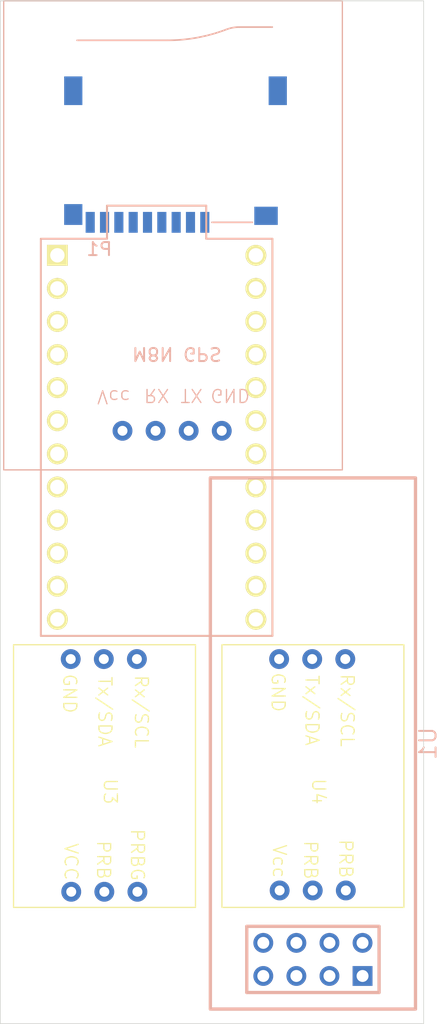
<source format=kicad_pcb>
(kicad_pcb (version 20240108) (generator "pcbnew") (generator_version "8.0")
  (layers (0 "F.Cu" signal) (31 "B.Cu" signal) (34 "B.Paste" user) (35 "F.Paste" user) (36 "B.SilkS" user "B.Silkscreen") (37 "F.SilkS" user "F.Silkscreen") (38 "B.Mask" user) (39 "F.Mask" user) (44 "Edge.Cuts" user))
  (net 0 "")
  (net 39 "Net-(P1-GND-PadG1)")
  (net 49 "Net-(J1-In)")
  (footprint "EZO_PH:EZO_PH" (layer "F.Cu") (at 88.445 116.18 -90)
    (property "Reference" "U3" (at 0 -0.5 -90) (layer "F.SilkS") (effects (font (thickness 0.1))))
    (property "Value" "EZO_PH")
    (fp_rect (start -11.26 -7.04) (end 8.9 6.93) (stroke (width 0.1)) (fill none) (layer "F.SilkS"))
    (fp_text user "PRBG" (at 2.8 -2 -90) (layer "F.SilkS") (effects (font (thickness 0.1)) (justify left bottom)))
    (fp_text user "VCC" (at 3.9 3.1 -90) (layer "F.SilkS") (effects (font (thickness 0.1)) (justify left bottom)))
    (fp_text user "GND" (at -9.1 3.2 -90) (layer "F.SilkS") (effects (font (thickness 0.1)) (justify left bottom)))
    (fp_text user "Rx/SCL" (at -9 -2.3 -90) (layer "F.SilkS") (effects (font (thickness 0.1)) (justify left bottom)))
    (fp_text user "PRB" (at 3.7 0.6 -90) (layer "F.SilkS") (effects (font (thickness 0.1)) (justify left bottom)))
    (fp_text user "Tx/SDA" (at -8.9 0.5 -90) (layer "F.SilkS") (effects (font (thickness 0.1)) (justify left bottom)))
    (pad "1" thru_hole circle (at -10.16 2.54 270) (size 1.524 1.524) (drill 0.762) (layers "*.Cu" "*.Mask"))
    (pad "2" thru_hole circle (at -10.16 0 270) (size 1.524 1.524) (drill 0.762) (layers "*.Cu" "*.Mask"))
    (pad "3" thru_hole circle (at -10.16 -2.54 270) (size 1.524 1.524) (drill 0.762) (layers "*.Cu" "*.Mask"))
    (pad "4" thru_hole circle (at 7.7 2.5 270) (size 1.524 1.524) (drill 0.762) (layers "*.Cu" "*.Mask"))
    (pad "5" thru_hole circle (at 7.7 -0.04 270) (size 1.524 1.524) (drill 0.762) (layers "*.Cu" "*.Mask"))
    (pad "6" thru_hole circle (at 7.7 -2.58 270) (size 1.524 1.524) (drill 0.762) (layers "*.Cu" "*.Mask") (net 49 "Net-(J1-In)"))
  )
  (footprint "EZO_TDS:EZO_TDS" (layer "F.Cu") (at 104.445 116.18 -90)
    (property "Reference" "U4" (at 0 -0.5 -90) (layer "F.SilkS") (effects (font (thickness 0.1))))
    (property "Value" "EZO_TDS")
    (fp_rect (start -11.26 -7.04) (end 8.9 6.93) (stroke (width 0.1)) (fill none) (layer "F.SilkS"))
    (fp_text user "Vcc" (at 4 3.1 -90) (layer "F.SilkS") (effects (font (thickness 0.1)) (justify left bottom)))
    (fp_text user "Tx/SDA" (at -9 0.6 -90) (layer "F.SilkS") (effects (font (thickness 0.1)) (justify left bottom)))
    (fp_text user "Rx/SCL" (at -9.1 -2.1 -90) (layer "F.SilkS") (effects (font (thickness 0.1)) (justify left bottom)))
    (fp_text user "PRB" (at 3.6 -2 -90) (layer "F.SilkS") (effects (font (thickness 0.1)) (justify left bottom)))
    (fp_text user "PRB" (at 3.7 0.7 -90) (layer "F.SilkS") (effects (font (thickness 0.1)) (justify left bottom)))
    (fp_text user "GND" (at -9.2 3.2 -90) (layer "F.SilkS") (effects (font (thickness 0.1)) (justify left bottom)))
    (pad "1" thru_hole circle (at -10.16 2.54 270) (size 1.524 1.524) (drill 0.762) (layers "*.Cu" "*.Mask"))
    (pad "2" thru_hole circle (at -10.16 0 270) (size 1.524 1.524) (drill 0.762) (layers "*.Cu" "*.Mask"))
    (pad "3" thru_hole circle (at -10.16 -2.54 270) (size 1.524 1.524) (drill 0.762) (layers "*.Cu" "*.Mask"))
    (pad "4" thru_hole circle (at 7.6 2.5 270) (size 1.524 1.524) (drill 0.762) (layers "*.Cu" "*.Mask"))
    (pad "5" thru_hole circle (at 7.6 -0.04 270) (size 1.524 1.524) (drill 0.762) (layers "*.Cu" "*.Mask"))
    (pad "6" thru_hole circle (at 7.6 -2.58 270) (size 1.524 1.524) (drill 0.762) (layers "*.Cu" "*.Mask"))
  )
  (footprint "promicro:ProMicro" (layer "F.Cu") (at 92.5 89 -90)
    (property "Reference" "U2" (hide yes))
    (property "Value" "ProMicro")
    (fp_line (start -15.24 8.89) (end -15.24 3.81) (stroke (width 0.15)) (layer "B.SilkS"))
    (fp_line (start 15.24 8.89) (end -15.24 8.89) (stroke (width 0.15)) (layer "B.SilkS"))
    (fp_line (start -17.78 3.81) (end -17.78 -3.81) (stroke (width 0.15)) (layer "B.SilkS"))
    (fp_line (start -15.24 3.81) (end -17.78 3.81) (stroke (width 0.15)) (layer "B.SilkS"))
    (fp_line (start -17.78 -3.81) (end -15.24 -3.81) (stroke (width 0.15)) (layer "B.SilkS"))
    (fp_line (start -15.24 -3.81) (end -15.24 -8.89) (stroke (width 0.15)) (layer "B.SilkS"))
    (fp_line (start -15.24 -8.89) (end 15.24 -8.89) (stroke (width 0.15)) (layer "B.SilkS"))
    (fp_line (start 15.24 -8.89) (end 15.24 8.89) (stroke (width 0.15)) (layer "B.SilkS"))
    (fp_line (start -15.24 8.89) (end 15.24 8.89) (stroke (width 0.15)) (layer "F.SilkS"))
    (fp_line (start -15.24 8.89) (end -15.24 3.81) (stroke (width 0.15)) (layer "F.SilkS"))
    (fp_line (start -17.78 3.81) (end -17.78 -3.81) (stroke (width 0.15)) (layer "F.SilkS"))
    (fp_line (start -15.24 3.81) (end -17.78 3.81) (stroke (width 0.15)) (layer "F.SilkS"))
    (fp_line (start -17.78 -3.81) (end -15.24 -3.81) (stroke (width 0.15)) (layer "F.SilkS"))
    (fp_line (start -15.24 -3.81) (end -15.24 -8.89) (stroke (width 0.15)) (layer "F.SilkS"))
    (fp_line (start -15.24 -8.89) (end 15.24 -8.89) (stroke (width 0.15)) (layer "F.SilkS"))
    (fp_line (start 15.24 -8.89) (end 15.24 8.89) (stroke (width 0.15)) (layer "F.SilkS"))
    (pad "1" thru_hole rect (at -13.97 7.62 270) (size 1.6 1.6) (drill 1.1) (layers "*.Cu" "*.Mask" "F.SilkS"))
    (pad "2" thru_hole circle (at -11.43 7.62 270) (size 1.6 1.6) (drill 1.1) (layers "*.Cu" "*.Mask" "F.SilkS"))
    (pad "3" thru_hole circle (at -8.89 7.62 270) (size 1.6 1.6) (drill 1.1) (layers "*.Cu" "*.Mask" "F.SilkS"))
    (pad "4" thru_hole circle (at -6.35 7.62 270) (size 1.6 1.6) (drill 1.1) (layers "*.Cu" "*.Mask" "F.SilkS"))
    (pad "5" thru_hole circle (at -3.81 7.62 270) (size 1.6 1.6) (drill 1.1) (layers "*.Cu" "*.Mask" "F.SilkS"))
    (pad "6" thru_hole circle (at -1.27 7.62 270) (size 1.6 1.6) (drill 1.1) (layers "*.Cu" "*.Mask" "F.SilkS"))
    (pad "7" thru_hole circle (at 1.27 7.62 270) (size 1.6 1.6) (drill 1.1) (layers "*.Cu" "*.Mask" "F.SilkS"))
    (pad "8" thru_hole circle (at 3.81 7.62 270) (size 1.6 1.6) (drill 1.1) (layers "*.Cu" "*.Mask" "F.SilkS"))
    (pad "9" thru_hole circle (at 6.35 7.62 270) (size 1.6 1.6) (drill 1.1) (layers "*.Cu" "*.Mask" "F.SilkS"))
    (pad "10" thru_hole circle (at 8.89 7.62 270) (size 1.6 1.6) (drill 1.1) (layers "*.Cu" "*.Mask" "F.SilkS"))
    (pad "11" thru_hole circle (at 11.43 7.62 270) (size 1.6 1.6) (drill 1.1) (layers "*.Cu" "*.Mask" "F.SilkS"))
    (pad "12" thru_hole circle (at 13.97 7.62 270) (size 1.6 1.6) (drill 1.1) (layers "*.Cu" "*.Mask" "F.SilkS"))
    (pad "13" thru_hole circle (at 13.97 -7.62 270) (size 1.6 1.6) (drill 1.1) (layers "*.Cu" "*.Mask" "F.SilkS"))
    (pad "14" thru_hole circle (at 11.43 -7.62 270) (size 1.6 1.6) (drill 1.1) (layers "*.Cu" "*.Mask" "F.SilkS"))
    (pad "15" thru_hole circle (at 8.89 -7.62 270) (size 1.6 1.6) (drill 1.1) (layers "*.Cu" "*.Mask" "F.SilkS"))
    (pad "16" thru_hole circle (at 6.35 -7.62 270) (size 1.6 1.6) (drill 1.1) (layers "*.Cu" "*.Mask" "F.SilkS"))
    (pad "17" thru_hole circle (at 3.81 -7.62 270) (size 1.6 1.6) (drill 1.1) (layers "*.Cu" "*.Mask" "F.SilkS"))
    (pad "18" thru_hole circle (at 1.27 -7.62 270) (size 1.6 1.6) (drill 1.1) (layers "*.Cu" "*.Mask" "F.SilkS"))
    (pad "19" thru_hole circle (at -1.27 -7.62 270) (size 1.6 1.6) (drill 1.1) (layers "*.Cu" "*.Mask" "F.SilkS"))
    (pad "20" thru_hole circle (at -3.81 -7.62 270) (size 1.6 1.6) (drill 1.1) (layers "*.Cu" "*.Mask" "F.SilkS"))
    (pad "21" thru_hole circle (at -6.35 -7.62 270) (size 1.6 1.6) (drill 1.1) (layers "*.Cu" "*.Mask" "F.SilkS"))
    (pad "22" thru_hole circle (at -8.89 -7.62 270) (size 1.6 1.6) (drill 1.1) (layers "*.Cu" "*.Mask" "F.SilkS"))
    (pad "23" thru_hole circle (at -11.43 -7.62 270) (size 1.6 1.6) (drill 1.1) (layers "*.Cu" "*.Mask" "F.SilkS"))
    (pad "24" thru_hole circle (at -13.97 -7.62 270) (size 1.6 1.6) (drill 1.1) (layers "*.Cu" "*.Mask" "F.SilkS"))
  )
  (footprint "Ublox_Neo_M8N_GPS:Ublox_Neo_M8N_GPS" (layer "B.Cu") (at 80.76 91.5)
    (property "Reference" "M8N_GPS1" (hide yes))
    (property "Value" "~")
    (fp_rect (start 26 -36) (end 0 0) (stroke (width 0.1)) (fill none) (layer "B.SilkS"))
    (fp_text user "TX" (at 13.5 -6.3 180) (layer "B.SilkS") (effects (font (thickness 0.1)) (justify left bottom mirror)))
    (fp_text user "RX" (at 10.7 -6.3 180) (layer "B.SilkS") (effects (font (thickness 0.1)) (justify left bottom mirror)))
    (fp_text user "GND" (at 15.8 -6.3 180) (layer "B.SilkS") (effects (font (thickness 0.1)) (justify left bottom mirror)))
    (fp_text user "Vcc" (at 7.1 -6.2 180) (layer "B.SilkS") (effects (font (thickness 0.1)) (justify left bottom mirror)))
    (fp_text user "M8N GPS" (at 13.3 -8.9 180) (layer "B.SilkS") (effects (justify mirror)))
    (pad "1" thru_hole circle (at 9.12 -3) (size 1.524 1.524) (drill 0.762) (layers "*.Cu" "*.Mask"))
    (pad "2" thru_hole circle (at 11.66 -3) (size 1.524 1.524) (drill 0.762) (layers "*.Cu" "*.Mask"))
    (pad "3" thru_hole circle (at 14.2 -3) (size 1.524 1.524) (drill 0.762) (layers "*.Cu" "*.Mask"))
    (pad "4" thru_hole circle (at 16.74 -3) (size 1.524 1.524) (drill 0.762) (layers "*.Cu" "*.Mask"))
  )
  (footprint "NRF24L01+PA-LNA:NRF24L01+PA/LNA-FOOTPRINT" (layer "B.Cu") (at 104.5 129.0735 90)
    (property "Reference" "U1" (at 16.5735 8.836 90) (layer "B.SilkS") (effects (font (size 1.27 1.27)) (justify mirror)))
    (property "Value" "NRF24L01_Breakout")
    (fp_line (start 36.957 -7.874) (end -3.81 -7.874) (stroke (width 0.254)) (layer "B.SilkS"))
    (fp_line (start -3.81 -7.874) (end -3.81 7.874) (stroke (width 0.254)) (layer "B.SilkS"))
    (fp_line (start 2.54 -5.08) (end 2.54 5.08) (stroke (width 0.254)) (layer "B.SilkS"))
    (fp_line (start -2.54 -5.08) (end 2.54 -5.08) (stroke (width 0.254)) (layer "B.SilkS"))
    (fp_line (start 2.54 5.08) (end -2.54 5.08) (stroke (width 0.254)) (layer "B.SilkS"))
    (fp_line (start -2.54 5.08) (end -2.54 -5.08) (stroke (width 0.254)) (layer "B.SilkS"))
    (fp_line (start 36.957 7.874) (end 36.957 -7.874) (stroke (width 0.254)) (layer "B.SilkS"))
    (fp_line (start -3.81 7.874) (end 36.957 7.874) (stroke (width 0.254)) (layer "B.SilkS"))
    (pad "1" thru_hole rect (at -1.27 3.81 90) (size 1.524 1.524) (drill 0.9144) (layers "*.Cu" "*.Mask"))
    (pad "2" thru_hole oval (at 1.27 3.81 90) (size 1.524 1.524) (drill 0.9144) (layers "*.Cu" "*.Mask"))
    (pad "3" thru_hole oval (at -1.27 1.27 90) (size 1.524 1.524) (drill 0.9144) (layers "*.Cu" "*.Mask"))
    (pad "4" thru_hole oval (at 1.27 1.27 90) (size 1.524 1.524) (drill 0.9144) (layers "*.Cu" "*.Mask"))
    (pad "5" thru_hole oval (at -1.27 -1.27 90) (size 1.524 1.524) (drill 0.9144) (layers "*.Cu" "*.Mask"))
    (pad "6" thru_hole oval (at 1.27 -1.27 90) (size 1.524 1.524) (drill 0.9144) (layers "*.Cu" "*.Mask"))
    (pad "7" thru_hole oval (at -1.27 -3.81 90) (size 1.524 1.524) (drill 0.9144) (layers "*.Cu" "*.Mask"))
    (pad "8" thru_hole oval (at 1.27 -3.81 90) (size 1.524 1.524) (drill 0.9144) (layers "*.Cu" "*.Mask"))
    (zone (net 0) (net_name "") (layer "B.SilkS") (priority 100) (connect_pads yes (clearance 0)) (min_thickness 0) (fill (thermal_gap 0.5) (thermal_bridge_width 0.5))
      (polygon (pts (xy 107.04 131.6135) (xy 109.58 131.6135) (xy 109.707 131.2325) (xy 109.58 131.3595) (xy 109.58 129.0735) (xy 107.04 129.0735)))
    )
  )
  (footprint "ST-TF-003A:SUNTECH_ST-TF-003A" (layer "B.Cu") (at 92.68 67.17)
    (property "Reference" "P1" (at -4.57732 7.38873 0) (layer "B.SilkS") (effects (font (size 1.000504 1.000504)) (justify mirror)))
    (property "Value" "ST-TF-003A")
    (fp_line (start -6.287 -8.64) (end 0.6469 -8.64) (stroke (width 0.127)) (layer "B.SilkS"))
    (fp_line (start 4.07 5.33) (end 7.17 5.33) (stroke (width 0.127)) (layer "B.SilkS"))
    (fp_line (start 6.1679 -9.656) (end 8.699 -9.656) (stroke (width 0.127)) (layer "B.SilkS"))
    (fp_arc (start 5.168 -9.472) (mid 2.945408 -8.849734) (end 0.6469 -8.64) (stroke (width 0.127)) (layer "B.SilkS"))
    (fp_arc (start 5.168 -9.472) (mid 5.659552 -9.60963) (end 6.1679 -9.656) (stroke (width 0.127)) (layer "B.SilkS"))
    (pad "" np_thru_hole circle (at -3.68 -5.17) (size 0.9 0.9) (drill 0.9) (layers "*.Cu" "*.Mask"))
    (pad "" np_thru_hole circle (at 4.32 -5.17) (size 0.9 0.9) (drill 0.9) (layers "*.Cu" "*.Mask"))
    (pad "1" smd rect (at 3.52 5.33) (size 0.7 1.6) (layers "B.Cu" "B.Paste" "B.Mask"))
    (pad "2" smd rect (at 2.42 5.33) (size 0.7 1.6) (layers "B.Cu" "B.Paste" "B.Mask"))
    (pad "3" smd rect (at 1.32 5.33) (size 0.7 1.6) (layers "B.Cu" "B.Paste" "B.Mask"))
    (pad "4" smd rect (at 0.22 5.33) (size 0.7 1.6) (layers "B.Cu" "B.Paste" "B.Mask"))
    (pad "5" smd rect (at -0.88 5.33) (size 0.7 1.6) (layers "B.Cu" "B.Paste" "B.Mask"))
    (pad "6" smd rect (at -1.98 5.33) (size 0.7 1.6) (layers "B.Cu" "B.Paste" "B.Mask"))
    (pad "7" smd rect (at -3.08 5.33) (size 0.7 1.6) (layers "B.Cu" "B.Paste" "B.Mask"))
    (pad "8" smd rect (at -4.18 5.33) (size 0.7 1.6) (layers "B.Cu" "B.Paste" "B.Mask"))
    (pad "9" smd rect (at -5.28 5.33) (size 0.7 1.6) (layers "B.Cu" "B.Paste" "B.Mask"))
    (pad "G1" smd rect (at -6.58 4.73) (size 1.4 1.6) (layers "B.Cu" "B.Paste" "B.Mask") (net 39 "Net-(P1-GND-PadG1)"))
    (pad "G2" smd rect (at -6.58 -4.77) (size 1.4 2.2) (layers "B.Cu" "B.Paste" "B.Mask") (net 39 "Net-(P1-GND-PadG1)"))
    (pad "G3" smd rect (at 9.12 -4.77) (size 1.4 2.2) (layers "B.Cu" "B.Paste" "B.Mask") (net 39 "Net-(P1-GND-PadG1)"))
    (pad "G4" smd rect (at 8.22 4.83) (size 1.8 1.4) (layers "B.Cu" "B.Paste" "B.Mask") (net 39 "Net-(P1-GND-PadG1)"))
  )
  (gr_rect (start 80.5 55.5) (end 113 134) (stroke (width 0.05)) (fill none) (layer "Edge.Cuts"))
)
</source>
